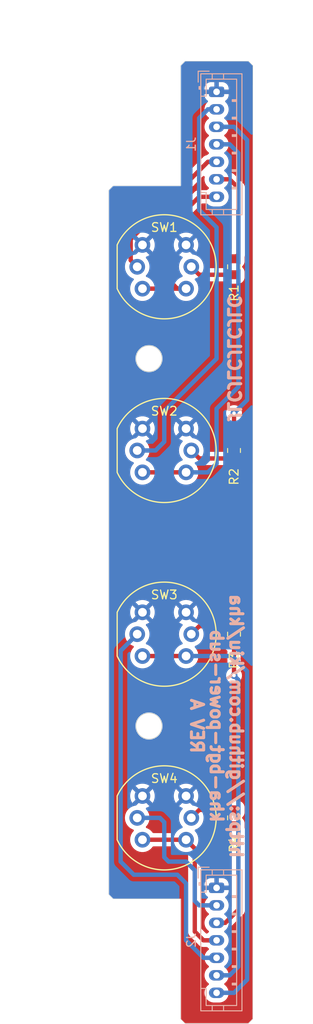
<source format=kicad_pcb>
(kicad_pcb (version 20221018) (generator pcbnew)
  (layers (0 "F.Cu" signal) (31 "B.Cu" signal) (34 "B.Paste" user) (35 "F.Paste" user) (36 "B.SilkS" user "B.Silkscreen") (37 "F.SilkS" user "F.Silkscreen") (38 "B.Mask" user) (39 "F.Mask" user) (44 "Edge.Cuts" user))
  (net 0 "")
  (net 1 "GND")
  (net 2 "Net-(R1-Pad2)")
  (net 3 "Net-(R2-Pad2)")
  (net 4 "Net-(R3-Pad2)")
  (net 5 "Net-(R4-Pad2)")
  (net 6 "Net-(J1-Pin_2)")
  (net 7 "Net-(J1-Pin_3)")
  (net 8 "Net-(J1-Pin_4)")
  (net 9 "Net-(J1-Pin_5)")
  (net 10 "Net-(J1-Pin_6)")
  (net 11 "Net-(J2-Pin_2)")
  (net 12 "Net-(J2-Pin_3)")
  (net 13 "Net-(J2-Pin_4)")
  (net 14 "Net-(J2-Pin_5)")
  (net 15 "Net-(J2-Pin_6)")
  (net 16 "Net-(J1-Pin_7)")
  (net 17 "Net-(J2-Pin_7)")
  (footprint "Resistor_SMD:R_0805_2012Metric" (layer "F.Cu") (at 82.99997 50 -90)
    (fp_text reference "R1" (at 3 0 90) (layer "F.SilkS"))
    (fp_text value "R")
    (fp_line (start -0.227064 -0.735) (end 0.227064 -0.735) (stroke (width 0.12)) (layer "F.SilkS"))
    (fp_line (start -0.227064 0.735) (end 0.227064 0.735) (stroke (width 0.12)) (layer "F.SilkS"))
    (pad "1" smd roundrect (at -0.9125 0 270) (size 1.025 1.4) (layers "F.Cu" "F.Paste" "F.Mask") (roundrect_rratio 0.243902439) (net 10 "Net-(J1-Pin_6)"))
    (pad "2" smd roundrect (at 0.9125 0 270) (size 1.025 1.4) (layers "F.Cu" "F.Paste" "F.Mask") (roundrect_rratio 0.243902439) (net 2 "Net-(R1-Pad2)"))
  )
  (footprint "Resistor_SMD:R_0805_2012Metric" (layer "F.Cu") (at 83 71 -90)
    (fp_text reference "R2" (at 3 0 90) (layer "F.SilkS"))
    (fp_text value "R")
    (fp_line (start -0.227064 -0.735) (end 0.227064 -0.735) (stroke (width 0.12)) (layer "F.SilkS"))
    (fp_line (start -0.227064 0.735) (end 0.227064 0.735) (stroke (width 0.12)) (layer "F.SilkS"))
    (pad "1" smd roundrect (at -0.9125 0 270) (size 1.025 1.4) (layers "F.Cu" "F.Paste" "F.Mask") (roundrect_rratio 0.243902439) (net 7 "Net-(J1-Pin_3)"))
    (pad "2" smd roundrect (at 0.9125 0 270) (size 1.025 1.4) (layers "F.Cu" "F.Paste" "F.Mask") (roundrect_rratio 0.243902439) (net 3 "Net-(R2-Pad2)"))
  )
  (footprint "Resistor_SMD:R_0805_2012Metric" (layer "F.Cu") (at 83 92 90)
    (fp_text reference "R3" (at -3 0 90) (layer "F.SilkS"))
    (fp_text value "R")
    (fp_line (start -0.227064 -0.735) (end 0.227064 -0.735) (stroke (width 0.12)) (layer "F.SilkS"))
    (fp_line (start -0.227064 0.735) (end 0.227064 0.735) (stroke (width 0.12)) (layer "F.SilkS"))
    (pad "1" smd roundrect (at -0.9125 0 90) (size 1.025 1.4) (layers "F.Cu" "F.Paste" "F.Mask") (roundrect_rratio 0.243902439) (net 15 "Net-(J2-Pin_6)"))
    (pad "2" smd roundrect (at 0.9125 0 90) (size 1.025 1.4) (layers "F.Cu" "F.Paste" "F.Mask") (roundrect_rratio 0.243902439) (net 4 "Net-(R3-Pad2)"))
  )
  (footprint "kiu-footprints:KS01-BL" (layer "F.Cu") (at 74.99997 71 180)
    (fp_text reference "SW2" (at 0 4.5 180) (layer "F.SilkS"))
    (fp_text value "KS01-BL")
    (fp_line (start 5.4 2.5) (end 5.4 -2.5) (stroke (width 0.15)) (layer "F.SilkS"))
    (fp_arc (start 5.399999 2.5) (mid -5.950629 0) (end 5.399999 -2.499999) (stroke (width 0.15)) (layer "F.SilkS"))
    (pad "1" thru_hole circle (at -2.5 -2.5 180) (size 1.8 1.8) (drill 1) (layers "*.Cu" "*.Mask") (net 8 "Net-(J1-Pin_4)"))
    (pad "1" thru_hole circle (at 2.5 -2.5 180) (size 1.8 1.8) (drill 1) (layers "*.Cu" "*.Mask") (net 8 "Net-(J1-Pin_4)"))
    (pad "2" thru_hole circle (at -2.5 2.5 180) (size 1.8 1.8) (drill 1) (layers "*.Cu" "*.Mask") (net 1 "GND"))
    (pad "2" thru_hole circle (at 2.5 2.5 180) (size 1.8 1.8) (drill 1) (layers "*.Cu" "*.Mask") (net 1 "GND"))
    (pad "5" thru_hole circle (at -3.1 0 180) (size 1.8 1.8) (drill 1) (layers "*.Cu" "*.Mask") (net 3 "Net-(R2-Pad2)"))
    (pad "6" thru_hole circle (at 3.1 0 180) (size 1.8 1.8) (drill 1) (layers "*.Cu" "*.Mask") (net 6 "Net-(J1-Pin_2)"))
  )
  (footprint "kiu-footprints:KS01-BL" (layer "F.Cu") (at 75 50 180)
    (fp_text reference "SW1" (at 0 4.5 180) (layer "F.SilkS"))
    (fp_text value "KS01-BL")
    (fp_line (start 5.4 2.5) (end 5.4 -2.5) (stroke (width 0.15)) (layer "F.SilkS"))
    (fp_arc (start 5.399999 2.5) (mid -5.950629 0) (end 5.399999 -2.499999) (stroke (width 0.15)) (layer "F.SilkS"))
    (pad "1" thru_hole circle (at -2.5 -2.5 180) (size 1.8 1.8) (drill 1) (layers "*.Cu" "*.Mask") (net 16 "Net-(J1-Pin_7)"))
    (pad "1" thru_hole circle (at 2.5 -2.5 180) (size 1.8 1.8) (drill 1) (layers "*.Cu" "*.Mask") (net 16 "Net-(J1-Pin_7)"))
    (pad "2" thru_hole circle (at -2.5 2.5 180) (size 1.8 1.8) (drill 1) (layers "*.Cu" "*.Mask") (net 1 "GND"))
    (pad "2" thru_hole circle (at 2.5 2.5 180) (size 1.8 1.8) (drill 1) (layers "*.Cu" "*.Mask") (net 1 "GND"))
    (pad "5" thru_hole circle (at -3.1 0 180) (size 1.8 1.8) (drill 1) (layers "*.Cu" "*.Mask") (net 2 "Net-(R1-Pad2)"))
    (pad "6" thru_hole circle (at 3.1 0 180) (size 1.8 1.8) (drill 1) (layers "*.Cu" "*.Mask") (net 9 "Net-(J1-Pin_5)"))
  )
  (footprint "kiu-footprints:KS01-BL" (layer "F.Cu") (at 74.99997 92 180)
    (fp_text reference "SW3" (at 0 4.5 180) (layer "F.SilkS"))
    (fp_text value "KS01-BL")
    (fp_line (start 5.4 2.5) (end 5.4 -2.5) (stroke (width 0.15)) (layer "F.SilkS"))
    (fp_arc (start 5.399999 2.5) (mid -5.950629 0) (end 5.399999 -2.499999) (stroke (width 0.15)) (layer "F.SilkS"))
    (pad "1" thru_hole circle (at -2.5 -2.5 180) (size 1.8 1.8) (drill 1) (layers "*.Cu" "*.Mask") (net 17 "Net-(J2-Pin_7)"))
    (pad "1" thru_hole circle (at 2.5 -2.5 180) (size 1.8 1.8) (drill 1) (layers "*.Cu" "*.Mask") (net 17 "Net-(J2-Pin_7)"))
    (pad "2" thru_hole circle (at -2.5 2.5 180) (size 1.8 1.8) (drill 1) (layers "*.Cu" "*.Mask") (net 1 "GND"))
    (pad "2" thru_hole circle (at 2.5 2.5 180) (size 1.8 1.8) (drill 1) (layers "*.Cu" "*.Mask") (net 1 "GND"))
    (pad "5" thru_hole circle (at -3.1 0 180) (size 1.8 1.8) (drill 1) (layers "*.Cu" "*.Mask") (net 4 "Net-(R3-Pad2)"))
    (pad "6" thru_hole circle (at 3.1 0 180) (size 1.8 1.8) (drill 1) (layers "*.Cu" "*.Mask") (net 14 "Net-(J2-Pin_5)"))
  )
  (footprint "Resistor_SMD:R_0805_2012Metric" (layer "F.Cu") (at 83 113 90)
    (fp_text reference "R4" (at -3 0 90) (layer "F.SilkS"))
    (fp_text value "R")
    (fp_line (start -0.227064 -0.735) (end 0.227064 -0.735) (stroke (width 0.12)) (layer "F.SilkS"))
    (fp_line (start -0.227064 0.735) (end 0.227064 0.735) (stroke (width 0.12)) (layer "F.SilkS"))
    (pad "1" smd roundrect (at -0.9125 0 90) (size 1.025 1.4) (layers "F.Cu" "F.Paste" "F.Mask") (roundrect_rratio 0.243902439) (net 12 "Net-(J2-Pin_3)"))
    (pad "2" smd roundrect (at 0.9125 0 90) (size 1.025 1.4) (layers "F.Cu" "F.Paste" "F.Mask") (roundrect_rratio 0.243902439) (net 5 "Net-(R4-Pad2)"))
  )
  (footprint "kiu-footprints:KS01-BL" (layer "F.Cu") (at 74.99997 113 180)
    (fp_text reference "SW4" (at 0 4.5 180) (layer "F.SilkS"))
    (fp_text value "KS01-BL")
    (fp_line (start 5.4 2.5) (end 5.4 -2.5) (stroke (width 0.15)) (layer "F.SilkS"))
    (fp_arc (start 5.399999 2.5) (mid -5.950629 0) (end 5.399999 -2.499999) (stroke (width 0.15)) (layer "F.SilkS"))
    (pad "1" thru_hole circle (at -2.5 -2.5 180) (size 1.8 1.8) (drill 1) (layers "*.Cu" "*.Mask") (net 13 "Net-(J2-Pin_4)"))
    (pad "1" thru_hole circle (at 2.5 -2.5 180) (size 1.8 1.8) (drill 1) (layers "*.Cu" "*.Mask") (net 13 "Net-(J2-Pin_4)"))
    (pad "2" thru_hole circle (at -2.5 2.5 180) (size 1.8 1.8) (drill 1) (layers "*.Cu" "*.Mask") (net 1 "GND"))
    (pad "2" thru_hole circle (at 2.5 2.5 180) (size 1.8 1.8) (drill 1) (layers "*.Cu" "*.Mask") (net 1 "GND"))
    (pad "5" thru_hole circle (at -3.1 0 180) (size 1.8 1.8) (drill 1) (layers "*.Cu" "*.Mask") (net 5 "Net-(R4-Pad2)"))
    (pad "6" thru_hole circle (at 3.1 0 180) (size 1.8 1.8) (drill 1) (layers "*.Cu" "*.Mask") (net 11 "Net-(J2-Pin_2)"))
  )
  (footprint "Connector_JST:JST_PH_B7B-PH-K_1x07_P2.00mm_Vertical" (layer "B.Cu") (at 81 121 -90)
    (fp_text reference "J2" (at 6 2.9 -270) (layer "B.SilkS") (effects (justify mirror)))
    (fp_text value "Conn_01x07")
    (fp_line (start -2.36 2.11) (end -2.36 0.86) (stroke (width 0.12)) (layer "B.SilkS"))
    (fp_line (start -2.06 -2.91) (end 14.06 -2.91) (stroke (width 0.12)) (layer "B.SilkS"))
    (fp_line (start -2.06 -0.8) (end -1.45 -0.8) (stroke (width 0.12)) (layer "B.SilkS"))
    (fp_line (start -2.06 0.5) (end -1.45 0.5) (stroke (width 0.12)) (layer "B.SilkS"))
    (fp_line (start -2.06 1.81) (end -2.06 -2.91) (stroke (width 0.12)) (layer "B.SilkS"))
    (fp_line (start -1.45 -2.3) (end 13.45 -2.3) (stroke (width 0.12)) (layer "B.SilkS"))
    (fp_line (start -1.45 1.2) (end -1.45 -2.3) (stroke (width 0.12)) (layer "B.SilkS"))
    (fp_line (start -1.11 2.11) (end -2.36 2.11) (stroke (width 0.12)) (layer "B.SilkS"))
    (fp_line (start -0.6 2.01) (end -0.6 1.81) (stroke (width 0.12)) (layer "B.SilkS"))
    (fp_line (start -0.3 1.81) (end -0.3 2.01) (stroke (width 0.12)) (layer "B.SilkS"))
    (fp_line (start -0.3 1.91) (end -0.6 1.91) (stroke (width 0.12)) (layer "B.SilkS"))
    (fp_line (start -0.3 2.01) (end -0.6 2.01) (stroke (width 0.12)) (layer "B.SilkS"))
    (fp_line (start 0.5 1.2) (end -1.45 1.2) (stroke (width 0.12)) (layer "B.SilkS"))
    (fp_line (start 0.5 1.81) (end 0.5 1.2) (stroke (width 0.12)) (layer "B.SilkS"))
    (fp_line (start 0.9 -2.3) (end 0.9 -1.8) (stroke (width 0.12)) (layer "B.SilkS"))
    (fp_line (start 0.9 -1.8) (end 1.1 -1.8) (stroke (width 0.12)) (layer "B.SilkS"))
    (fp_line (start 1 -2.3) (end 1 -1.8) (stroke (width 0.12)) (layer "B.SilkS"))
    (fp_line (start 1.1 -1.8) (end 1.1 -2.3) (stroke (width 0.12)) (layer "B.SilkS"))
    (fp_line (start 2.9 -2.3) (end 2.9 -1.8) (stroke (width 0.12)) (layer "B.SilkS"))
    (fp_line (start 2.9 -1.8) (end 3.1 -1.8) (stroke (width 0.12)) (layer "B.SilkS"))
    (fp_line (start 3 -2.3) (end 3 -1.8) (stroke (width 0.12)) (layer "B.SilkS"))
    (fp_line (start 3.1 -1.8) (end 3.1 -2.3) (stroke (width 0.12)) (layer "B.SilkS"))
    (fp_line (start 4.9 -2.3) (end 4.9 -1.8) (stroke (width 0.12)) (layer "B.SilkS"))
    (fp_line (start 4.9 -1.8) (end 5.1 -1.8) (stroke (width 0.12)) (layer "B.SilkS"))
    (fp_line (start 5 -2.3) (end 5 -1.8) (stroke (width 0.12)) (layer "B.SilkS"))
    (fp_line (start 5.1 -1.8) (end 5.1 -2.3) (stroke (width 0.12)) (layer "B.SilkS"))
    (fp_line (start 6.9 -2.3) (end 6.9 -1.8) (stroke (width 0.12)) (layer "B.SilkS"))
    (fp_line (start 6.9 -1.8) (end 7.1 -1.8) (stroke (width 0.12)) (layer "B.SilkS"))
    (fp_line (start 7 -2.3) (end 7 -1.8) (stroke (width 0.12)) (layer "B.SilkS"))
    (fp_line (start 7.1 -1.8) (end 7.1 -2.3) (stroke (width 0.12)) (layer "B.SilkS"))
    (fp_line (start 8.9 -2.3) (end 8.9 -1.8) (stroke (width 0.12)) (layer "B.SilkS"))
    (fp_line (start 8.9 -1.8) (end 9.1 -1.8) (stroke (width 0.12)) (layer "B.SilkS"))
    (fp_line (start 9 -2.3) (end 9 -1.8) (stroke (width 0.12)) (layer "B.SilkS"))
    (fp_line (start 9.1 -1.8) (end 9.1 -2.3) (stroke (width 0.12)) (layer "B.SilkS"))
    (fp_line (start 10.9 -2.3) (end 10.9 -1.8) (stroke (width 0.12)) (layer "B.SilkS"))
    (fp_line (start 10.9 -1.8) (end 11.1 -1.8) (stroke (width 0.12)) (layer "B.SilkS"))
    (fp_line (start 11 -2.3) (end 11 -1.8) (stroke (width 0.12)) (layer "B.SilkS"))
    (fp_line (start 11.1 -1.8) (end 11.1 -2.3) (stroke (width 0.12)) (layer "B.SilkS"))
    (fp_line (start 11.5 1.2) (end 11.5 1.81) (stroke (width 0.12)) (layer "B.SilkS"))
    (fp_line (start 13.45 -2.3) (end 13.45 1.2) (stroke (width 0.12)) (layer "B.SilkS"))
    (fp_line (start 13.45 1.2) (end 11.5 1.2) (stroke (width 0.12)) (layer "B.SilkS"))
    (fp_line (start 14.06 -2.91) (end 14.06 1.81) (stroke (width 0.12)) (layer "B.SilkS"))
    (fp_line (start 14.06 -0.8) (end 13.45 -0.8) (stroke (width 0.12)) (layer "B.SilkS"))
    (fp_line (start 14.06 0.5) (end 13.45 0.5) (stroke (width 0.12)) (layer "B.SilkS"))
    (fp_line (start 14.06 1.81) (end -2.06 1.81) (stroke (width 0.12)) (layer "B.SilkS"))
    (pad "1" thru_hole roundrect (at 0 0 270) (size 1.2 1.75) (drill 0.75) (layers "*.Cu" "*.Mask") (roundrect_rratio 0.2083333333) (net 1 "GND"))
    (pad "2" thru_hole oval (at 2 0 270) (size 1.2 1.75) (drill 0.75) (layers "*.Cu" "*.Mask") (net 11 "Net-(J2-Pin_2)"))
    (pad "3" thru_hole oval (at 4 0 270) (size 1.2 1.75) (drill 0.75) (layers "*.Cu" "*.Mask") (net 12 "Net-(J2-Pin_3)"))
    (pad "4" thru_hole oval (at 6 0 270) (size 1.2 1.75) (drill 0.75) (layers "*.Cu" "*.Mask") (net 13 "Net-(J2-Pin_4)"))
    (pad "5" thru_hole oval (at 8 0 270) (size 1.2 1.75) (drill 0.75) (layers "*.Cu" "*.Mask") (net 14 "Net-(J2-Pin_5)"))
    (pad "6" thru_hole oval (at 10 0 270) (size 1.2 1.75) (drill 0.75) (layers "*.Cu" "*.Mask") (net 15 "Net-(J2-Pin_6)"))
    (pad "7" thru_hole oval (at 12 0 270) (size 1.2 1.75) (drill 0.75) (layers "*.Cu" "*.Mask") (net 17 "Net-(J2-Pin_7)"))
  )
  (footprint "Connector_JST:JST_PH_B7B-PH-K_1x07_P2.00mm_Vertical" (layer "B.Cu") (at 81 30 -90)
    (fp_text reference "J1" (at 6 2.9 -270) (layer "B.SilkS") (effects (justify mirror)))
    (fp_text value "Conn_01x07")
    (fp_line (start -2.36 2.11) (end -2.36 0.86) (stroke (width 0.12)) (layer "B.SilkS"))
    (fp_line (start -2.06 -2.91) (end 14.06 -2.91) (stroke (width 0.12)) (layer "B.SilkS"))
    (fp_line (start -2.06 -0.8) (end -1.45 -0.8) (stroke (width 0.12)) (layer "B.SilkS"))
    (fp_line (start -2.06 0.5) (end -1.45 0.5) (stroke (width 0.12)) (layer "B.SilkS"))
    (fp_line (start -2.06 1.81) (end -2.06 -2.91) (stroke (width 0.12)) (layer "B.SilkS"))
    (fp_line (start -1.45 -2.3) (end 13.45 -2.3) (stroke (width 0.12)) (layer "B.SilkS"))
    (fp_line (start -1.45 1.2) (end -1.45 -2.3) (stroke (width 0.12)) (layer "B.SilkS"))
    (fp_line (start -1.11 2.11) (end -2.36 2.11) (stroke (width 0.12)) (layer "B.SilkS"))
    (fp_line (start -0.6 2.01) (end -0.6 1.81) (stroke (width 0.12)) (layer "B.SilkS"))
    (fp_line (start -0.3 1.81) (end -0.3 2.01) (stroke (width 0.12)) (layer "B.SilkS"))
    (fp_line (start -0.3 1.91) (end -0.6 1.91) (stroke (width 0.12)) (layer "B.SilkS"))
    (fp_line (start -0.3 2.01) (end -0.6 2.01) (stroke (width 0.12)) (layer "B.SilkS"))
    (fp_line (start 0.5 1.2) (end -1.45 1.2) (stroke (width 0.12)) (layer "B.SilkS"))
    (fp_line (start 0.5 1.81) (end 0.5 1.2) (stroke (width 0.12)) (layer "B.SilkS"))
    (fp_line (start 0.9 -2.3) (end 0.9 -1.8) (stroke (width 0.12)) (layer "B.SilkS"))
    (fp_line (start 0.9 -1.8) (end 1.1 -1.8) (stroke (width 0.12)) (layer "B.SilkS"))
    (fp_line (start 1 -2.3) (end 1 -1.8) (stroke (width 0.12)) (layer "B.SilkS"))
    (fp_line (start 1.1 -1.8) (end 1.1 -2.3) (stroke (width 0.12)) (layer "B.SilkS"))
    (fp_line (start 2.9 -2.3) (end 2.9 -1.8) (stroke (width 0.12)) (layer "B.SilkS"))
    (fp_line (start 2.9 -1.8) (end 3.1 -1.8) (stroke (width 0.12)) (layer "B.SilkS"))
    (fp_line (start 3 -2.3) (end 3 -1.8) (stroke (width 0.12)) (layer "B.SilkS"))
    (fp_line (start 3.1 -1.8) (end 3.1 -2.3) (stroke (width 0.12)) (layer "B.SilkS"))
    (fp_line (start 4.9 -2.3) (end 4.9 -1.8) (stroke (width 0.12)) (layer "B.SilkS"))
    (fp_line (start 4.9 -1.8) (end 5.1 -1.8) (stroke (width 0.12)) (layer "B.SilkS"))
    (fp_line (start 5 -2.3) (end 5 -1.8) (stroke (width 0.12)) (layer "B.SilkS"))
    (fp_line (start 5.1 -1.8) (end 5.1 -2.3) (stroke (width 0.12)) (layer "B.SilkS"))
    (fp_line (start 6.9 -2.3) (end 6.9 -1.8) (stroke (width 0.12)) (layer "B.SilkS"))
    (fp_line (start 6.9 -1.8) (end 7.1 -1.8) (stroke (width 0.12)) (layer "B.SilkS"))
    (fp_line (start 7 -2.3) (end 7 -1.8) (stroke (width 0.12)) (layer "B.SilkS"))
    (fp_line (start 7.1 -1.8) (end 7.1 -2.3) (stroke (width 0.12)) (layer "B.SilkS"))
    (fp_line (start 8.9 -2.3) (end 8.9 -1.8) (stroke (width 0.12)) (layer "B.SilkS"))
    (fp_line (start 8.9 -1.8) (end 9.1 -1.8) (stroke (width 0.12)) (layer "B.SilkS"))
    (fp_line (start 9 -2.3) (end 9 -1.8) (stroke (width 0.12)) (layer "B.SilkS"))
    (fp_line (start 9.1 -1.8) (end 9.1 -2.3) (stroke (width 0.12)) (layer "B.SilkS"))
    (fp_line (start 10.9 -2.3) (end 10.9 -1.8) (stroke (width 0.12)) (layer "B.SilkS"))
    (fp_line (start 10.9 -1.8) (end 11.1 -1.8) (stroke (width 0.12)) (layer "B.SilkS"))
    (fp_line (start 11 -2.3) (end 11 -1.8) (stroke (width 0.12)) (layer "B.SilkS"))
    (fp_line (start 11.1 -1.8) (end 11.1 -2.3) (stroke (width 0.12)) (layer "B.SilkS"))
    (fp_line (start 11.5 1.2) (end 11.5 1.81) (stroke (width 0.12)) (layer "B.SilkS"))
    (fp_line (start 13.45 -2.3) (end 13.45 1.2) (stroke (width 0.12)) (layer "B.SilkS"))
    (fp_line (start 13.45 1.2) (end 11.5 1.2) (stroke (width 0.12)) (layer "B.SilkS"))
    (fp_line (start 14.06 -2.91) (end 14.06 1.81) (stroke (width 0.12)) (layer "B.SilkS"))
    (fp_line (start 14.06 -0.8) (end 13.45 -0.8) (stroke (width 0.12)) (layer "B.SilkS"))
    (fp_line (start 14.06 0.5) (end 13.45 0.5) (stroke (width 0.12)) (layer "B.SilkS"))
    (fp_line (start 14.06 1.81) (end -2.06 1.81) (stroke (width 0.12)) (layer "B.SilkS"))
    (pad "1" thru_hole roundrect (at 0 0 270) (size 1.2 1.75) (drill 0.75) (layers "*.Cu" "*.Mask") (roundrect_rratio 0.2083333333) (net 1 "GND"))
    (pad "2" thru_hole oval (at 2 0 270) (size 1.2 1.75) (drill 0.75) (layers "*.Cu" "*.Mask") (net 6 "Net-(J1-Pin_2)"))
    (pad "3" thru_hole oval (at 4 0 270) (size 1.2 1.75) (drill 0.75) (layers "*.Cu" "*.Mask") (net 7 "Net-(J1-Pin_3)"))
    (pad "4" thru_hole oval (at 6 0 270) (size 1.2 1.75) (drill 0.75) (layers "*.Cu" "*.Mask") (net 8 "Net-(J1-Pin_4)"))
    (pad "5" thru_hole oval (at 8 0 270) (size 1.2 1.75) (drill 0.75) (layers "*.Cu" "*.Mask") (net 9 "Net-(J1-Pin_5)"))
    (pad "6" thru_hole oval (at 10 0 270) (size 1.2 1.75) (drill 0.75) (layers "*.Cu" "*.Mask") (net 10 "Net-(J1-Pin_6)"))
    (pad "7" thru_hole oval (at 12 0 270) (size 1.2 1.75) (drill 0.75) (layers "*.Cu" "*.Mask") (net 16 "Net-(J1-Pin_7)"))
  )
  (gr_line (start 76.88997 40.750002) (end 76.88997 27.000002) (stroke (width 0.05)) (layer "Edge.Cuts"))
  (gr_line (start 85.15997 27.000002) (end 85.13997 136.000002) (stroke (width 0.05)) (layer "Edge.Cuts"))
  (gr_line (start 76.88997 136.000002) (end 76.88997 122.250002) (stroke (width 0.05)) (layer "Edge.Cuts"))
  (gr_circle (center 73.25 102.5) (end 74.75 102.5) (stroke (width 0.1)) (fill none) (layer "Edge.Cuts"))
  (gr_line (start 68.63997 121.750002) (end 68.63997 41.250002) (stroke (width 0.05)) (layer "Edge.Cuts"))
  (gr_line (start 76.88997 136.000002) (end 77.38997 136.500002) (stroke (width 0.05)) (layer "Edge.Cuts"))
  (gr_line (start 84.63997 136.500002) (end 77.38997 136.500002) (stroke (width 0.05)) (layer "Edge.Cuts"))
  (gr_line (start 68.63997 41.250002) (end 69.13997 40.750002) (stroke (width 0.05)) (layer "Edge.Cuts"))
  (gr_line (start 69.13997 40.750002) (end 76.88997 40.750002) (stroke (width 0.05)) (layer "Edge.Cuts"))
  (gr_line (start 68.63997 121.750002) (end 69.13997 122.250002) (stroke (width 0.05)) (layer "Edge.Cuts"))
  (gr_line (start 84.63997 136.500002) (end 85.13997 136.000002) (stroke (width 0.05)) (layer "Edge.Cuts"))
  (gr_line (start 76.88997 27.000002) (end 77.38997 26.500002) (stroke (width 0.05)) (layer "Edge.Cuts"))
  (gr_circle (center 73.25 60.5) (end 74.75 60.5) (stroke (width 0.1)) (fill none) (layer "Edge.Cuts"))
  (gr_line (start 77.38997 26.500002) (end 84.65997 26.500002) (stroke (width 0.05)) (layer "Edge.Cuts"))
  (gr_line (start 84.65997 26.500002) (end 85.15997 27.000002) (stroke (width 0.05)) (layer "Edge.Cuts"))
  (gr_line (start 76.88997 122.250002) (end 69.13997 122.250002) (stroke (width 0.05)) (layer "Edge.Cuts"))
  (gr_text "https://github.com/kiu/kha\nkha-bgt-power-sub\nREV A" (at 81 102.5 270) (layer "B.SilkS") (effects (font (size 1.4 1.4) (thickness 0.35) bold) (justify mirror)))
  (gr_text "JLCJLCJLCJLC" (at 83 60.5 270) (layer "B.SilkS") (effects (font (size 1.4 1.4) (thickness 0.35) bold) (justify mirror)))
  (segment (start 79.0125 50.9125) (end 78.1 50) (width 0.5) (layer "F.Cu") (net 2))
  (segment (start 82.99997 50.9125) (end 79.0125 50.9125) (width 0.5) (layer "F.Cu") (net 2))
  (segment (start 79.01247 71.9125) (end 78.09997 71) (width 0.5) (layer "F.Cu") (net 3))
  (segment (start 83 71.9125) (end 79.01247 71.9125) (width 0.5) (layer "F.Cu") (net 3))
  (segment (start 83 91.0875) (end 79.01247 91.0875) (width 0.5) (layer "F.Cu") (net 4))
  (segment (start 79.01247 91.0875) (end 78.09997 92) (width 0.5) (layer "F.Cu") (net 4))
  (segment (start 83 112.0875) (end 79.01247 112.0875) (width 0.5) (layer "F.Cu") (net 5))
  (segment (start 79.01247 112.0875) (end 78.09997 113) (width 0.5) (layer "F.Cu") (net 5))
  (segment (start 81 45.5) (end 81 60.5) (width 0.5) (layer "B.Cu") (net 6))
  (segment (start 80 32) (end 81 32) (width 0.5) (layer "B.Cu") (net 6))
  (segment (start 75 66.5) (end 75 70) (width 0.5) (layer "B.Cu") (net 6))
  (segment (start 79 33) (end 79 43.5) (width 0.5) (layer "B.Cu") (net 6))
  (segment (start 79 43.5) (end 81 45.5) (width 0.5) (layer "B.Cu") (net 6))
  (segment (start 81 60.5) (end 75 66.5) (width 0.5) (layer "B.Cu") (net 6))
  (segment (start 75 70) (end 74 71) (width 0.5) (layer "B.Cu") (net 6))
  (segment (start 79 33) (end 80 32) (width 0.5) (layer "B.Cu") (net 6))
  (segment (start 74 71) (end 71.89997 71) (width 0.5) (layer "B.Cu") (net 6))
  (segment (start 82.99997 66.730002) (end 82.99997 70.08747) (width 0.5) (layer "F.Cu") (net 7))
  (segment (start 82.99997 70.08747) (end 83 70.0875) (width 0.5) (layer "F.Cu") (net 7))
  (via (at 82.99997 66.730002) (size 0.8) (drill 0.4) (layers "F.Cu" "B.Cu") (net 7))
  (segment (start 81 34) (end 83 34) (width 0.5) (layer "B.Cu") (net 7))
  (segment (start 83 34) (end 84.5 35.5) (width 0.5) (layer "B.Cu") (net 7))
  (segment (start 84.5 35.5) (end 84.5 65.229972) (width 0.5) (layer "B.Cu") (net 7))
  (segment (start 84.5 65.229972) (end 82.99997 66.730002) (width 0.5) (layer "B.Cu") (net 7))
  (segment (start 72.49997 73.5) (end 77.49997 73.5) (width 0.5) (layer "F.Cu") (net 8))
  (segment (start 77.49997 73.5) (end 80 73.5) (width 0.5) (layer "B.Cu") (net 8))
  (segment (start 80.99997 66.230002) (end 80.99997 71.230002) (width 0.5) (layer "B.Cu") (net 8))
  (segment (start 82.5 36) (end 83.5 37) (width 0.5) (layer "B.Cu") (net 8))
  (segment (start 81 36) (end 82.5 36) (width 0.5) (layer "B.Cu") (net 8))
  (segment (start 83.5 37) (end 83.5 63.729972) (width 0.5) (layer "B.Cu") (net 8))
  (segment (start 83.5 63.729972) (end 80.99997 66.230002) (width 0.5) (layer "B.Cu") (net 8))
  (segment (start 80.99997 72.50003) (end 80.99997 71.230002) (width 0.5) (layer "B.Cu") (net 8))
  (segment (start 80 73.5) (end 80.99997 72.50003) (width 0.5) (layer "B.Cu") (net 8))
  (segment (start 71.15 49.25) (end 71.15 46.85) (width 0.5) (layer "F.Cu") (net 9))
  (segment (start 71.15 46.85) (end 80 38) (width 0.5) (layer "F.Cu") (net 9))
  (segment (start 80 38) (end 81 38) (width 0.5) (layer "F.Cu") (net 9))
  (segment (start 71.9 50) (end 71.15 49.25) (width 0.5) (layer "F.Cu") (net 9))
  (segment (start 83.5 41) (end 82.5 40) (width 0.5) (layer "F.Cu") (net 10))
  (segment (start 83.5 48.58747) (end 83.5 41) (width 0.5) (layer "F.Cu") (net 10))
  (segment (start 82.99997 49.0875) (end 83.5 48.58747) (width 0.5) (layer "F.Cu") (net 10))
  (segment (start 82.5 40) (end 81 40) (width 0.5) (layer "F.Cu") (net 10))
  (segment (start 74.5 113) (end 71.89997 113) (width 0.5) (layer "B.Cu") (net 11))
  (segment (start 75.5 118) (end 75 117.5) (width 0.5) (layer "B.Cu") (net 11))
  (segment (start 78.5 122.5) (end 78.5 119) (width 0.5) (layer "B.Cu") (net 11))
  (segment (start 77.5 118) (end 75.5 118) (width 0.5) (layer "B.Cu") (net 11))
  (segment (start 75 113.5) (end 74.5 113) (width 0.5) (layer "B.Cu") (net 11))
  (segment (start 81 123) (end 79 123) (width 0.5) (layer "B.Cu") (net 11))
  (segment (start 77.5 118) (end 78.5 119) (width 0.5) (layer "B.Cu") (net 11))
  (segment (start 75 117.5) (end 75 113.5) (width 0.5) (layer "B.Cu") (net 11))
  (segment (start 79 123) (end 78.5 122.5) (width 0.5) (layer "B.Cu") (net 11))
  (segment (start 81 125) (end 82 125) (width 0.5) (layer "F.Cu") (net 12))
  (segment (start 83.5 123.5) (end 83.5 114.4125) (width 0.5) (layer "F.Cu") (net 12))
  (segment (start 83.5 114.4125) (end 83 113.9125) (width 0.5) (layer "F.Cu") (net 12))
  (segment (start 82 125) (end 83.5 123.5) (width 0.5) (layer "F.Cu") (net 12))
  (segment (start 81 127) (end 79.49997 127) (width 0.5) (layer "F.Cu") (net 13))
  (segment (start 72.49997 115.5) (end 77.49997 115.5) (width 0.5) (layer "F.Cu") (net 13))
  (segment (start 78.49997 116.5) (end 78.49997 119.730002) (width 0.5) (layer "F.Cu") (net 13))
  (segment (start 77.49997 115.5) (end 78.49997 116.5) (width 0.5) (layer "F.Cu") (net 13))
  (segment (start 79.49997 127) (end 78.49997 126) (width 0.5) (layer "F.Cu") (net 13))
  (segment (start 78.49997 126) (end 78.49997 119.730002) (width 0.5) (layer "F.Cu") (net 13))
  (segment (start 77.5 120.5) (end 76.5 119.5) (width 0.5) (layer "B.Cu") (net 14))
  (segment (start 77.5 127) (end 77.5 120.5) (width 0.5) (layer "B.Cu") (net 14))
  (segment (start 81 129) (end 79.5 129) (width 0.5) (layer "B.Cu") (net 14))
  (segment (start 71.5 119.5) (end 70 118) (width 0.5) (layer "B.Cu") (net 14))
  (segment (start 76.5 119.5) (end 71.5 119.5) (width 0.5) (layer "B.Cu") (net 14))
  (segment (start 70 118) (end 70 93.89997) (width 0.5) (layer "B.Cu") (net 14))
  (segment (start 79.5 129) (end 77.5 127) (width 0.5) (layer "B.Cu") (net 14))
  (segment (start 70 93.89997) (end 71.89997 92) (width 0.5) (layer "B.Cu") (net 14))
  (segment (start 82.99997 92.91253) (end 83 92.9125) (width 0.5) (layer "F.Cu") (net 15))
  (segment (start 82.99997 96.730002) (end 82.99997 92.91253) (width 0.5) (layer "F.Cu") (net 15))
  (via (at 82.99997 96.730002) (size 0.8) (drill 0.4) (layers "F.Cu" "B.Cu") (net 15))
  (segment (start 82.99997 96.730002) (end 83.5 97.230032) (width 0.5) (layer "B.Cu") (net 15))
  (segment (start 81 131) (end 82.5 131) (width 0.5) (layer "B.Cu") (net 15))
  (segment (start 82.5 131) (end 83.5 130) (width 0.5) (layer "B.Cu") (net 15))
  (segment (start 83.5 97.230032) (end 83.5 130) (width 0.5) (layer "B.Cu") (net 15))
  (segment (start 76.5 52.5) (end 77.5 52.5) (width 0.5) (layer "F.Cu") (net 16))
  (segment (start 75.5 51.5) (end 76.5 52.5) (width 0.5) (layer "F.Cu") (net 16))
  (segment (start 72.5 52.5) (end 76.5 52.5) (width 0.5) (layer "F.Cu") (net 16))
  (segment (start 81 42) (end 78.99997 42) (width 0.5) (layer "F.Cu") (net 16))
  (segment (start 78.99997 42) (end 75.49997 45.5) (width 0.5) (layer "F.Cu") (net 16))
  (segment (start 75.5 47.230032) (end 75.5 51.5) (width 0.5) (layer "F.Cu") (net 16))
  (segment (start 75.49997 45.5) (end 75.49997 47.230002) (width 0.5) (layer "F.Cu") (net 16))
  (segment (start 75.49997 47.230002) (end 75.5 47.230032) (width 0.5) (layer "F.Cu") (net 16))
  (segment (start 72.49997 94.5) (end 77.49997 94.5) (width 0.5) (layer "F.Cu") (net 17))
  (segment (start 84.5 131.5) (end 84.5 96.230032) (width 0.5) (layer "B.Cu") (net 17))
  (segment (start 83 133) (end 84.5 131.5) (width 0.5) (layer "B.Cu") (net 17))
  (segment (start 84.5 96.230032) (end 82.99997 94.730002) (width 0.5) (layer "B.Cu") (net 17))
  (segment (start 82.769968 94.5) (end 82.99997 94.730002) (width 0.5) (layer "B.Cu") (net 17))
  (segment (start 81 133) (end 83 133) (width 0.5) (layer "B.Cu") (net 17))
  (segment (start 77.49997 94.5) (end 82.769968 94.5) (width 0.5) (layer "B.Cu") (net 17))
  (zone (net 1) (net_name "GND") (layers "F&B.Cu") (connect_pads (clearance 0.508)) (min_thickness 0.254) (fill yes (thermal_gap 0.508) (thermal_bridge_width 0.508))
    (polygon (pts (xy 85.15997 136.500002) (xy 68.63997 136.500002) (xy 68.63997 26.500002) (xy 85.15997 26.500002)))
  )
)
</source>
